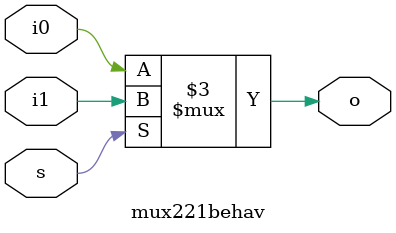
<source format=v>
`timescale 1ns / 1ps

module mux221behav( input i0,i1,s,output reg o);

always@(*)
begin
if(s)
o=i1;
else
o=i0;
end
endmodule

</source>
